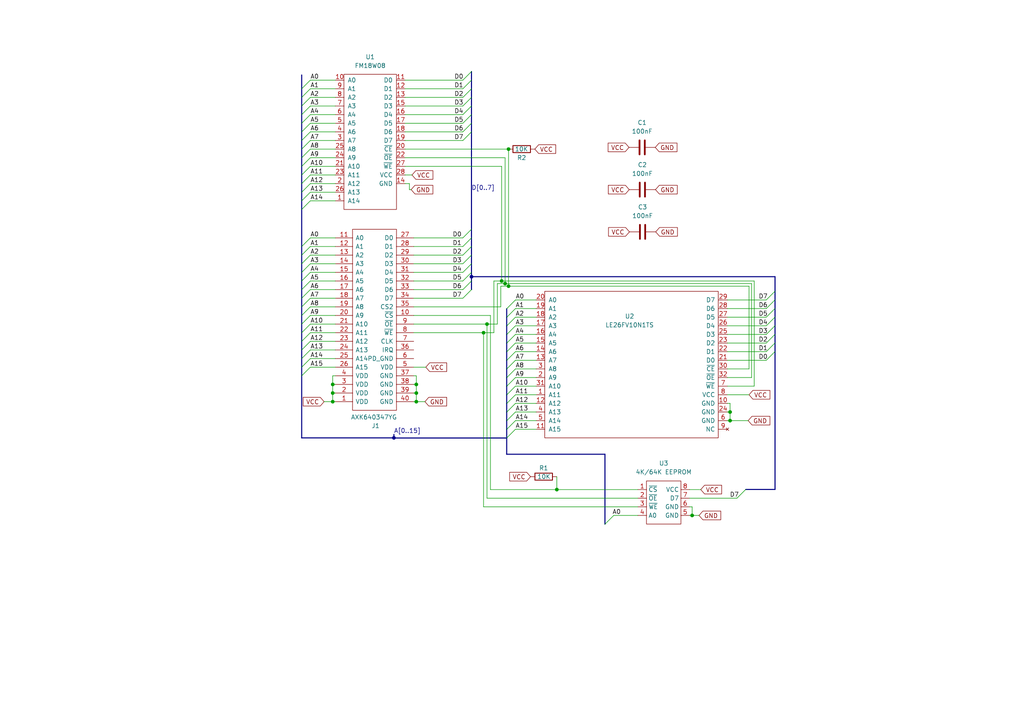
<source format=kicad_sch>
(kicad_sch (version 20230121) (generator eeschema)
  (paper "A4")
  (lib_symbols
    (symbol "Device:C" (pin_numbers hide) (pin_names (offset 0.254))
      (property "Reference" "C" (at 0.635 2.54 0))
      (property "Value" "C" (at 0.635 -2.54 0))
      (symbol "C_0_1"
        (polyline (pts (xy -2.032 -0.762) (xy 2.032 -0.762)) (stroke (width 0.508)))
        (polyline (pts (xy -2.032 0.762) (xy 2.032 0.762)) (stroke (width 0.508)))
      )
      (symbol "C_1_1"
        (pin passive line (at 0 3.81 270) (length 2.794) (name "~") (number "1"))
        (pin passive line (at 0 -3.81 90) (length 2.794) (name "~") (number "2"))
      )
    )
    (symbol "Device:R" (pin_numbers hide) (pin_names (offset 0))
      (property "Reference" "R" (at 2.032 0 90))
      (property "Value" "R" (at 0 0 90))
      (symbol "R_0_1"
        (rectangle (start -1.016 -2.54) (end 1.016 2.54) (stroke (width 0.254)))
      )
      (symbol "R_1_1"
        (pin passive line (at 0 3.81 270) (length 1.27) (name "~") (number "1"))
        (pin passive line (at 0 -3.81 90) (length 1.27) (name "~") (number "2"))
      )
    )
    (symbol "GBA:4K/64K_EEPROM"
      (property "Reference" "U" (at 0 10 0))
      (property "Value" "4K/64K EEPROM" (at -0.25 8 0))
      (symbol "4K/64K_EEPROM_1_1"
        (rectangle (start -5 6.25) (end 5 -6.25))
        (pin input line (at -7.5 3.75 0) (length 2.54) (name "~{CS}") (number "1"))
        (pin input line (at -7.5 1.25 0) (length 2.54) (name "~{OE}") (number "2"))
        (pin input line (at -7.5 -1.25 0) (length 2.54) (name "~{WE}") (number "3"))
        (pin input line (at -7.5 -3.75 0) (length 2.54) (name "A0") (number "4"))
        (pin input line (at 7.5 -3.75 180) (length 2.54) (name "GND") (number "5"))
        (pin input line (at 7.5 -1.25 180) (length 2.54) (name "GND") (number "6"))
        (pin input line (at 7.5 1.25 180) (length 2.54) (name "D7") (number "7"))
        (pin input line (at 7.5 3.75 180) (length 2.54) (name "VCC") (number "8"))
      )
    )
    (symbol "GBA:AXK640347YG_S-Friendly" (pin_names (offset 0.762))
      (property "Reference" "C" (at -0.5 -34.5 0))
      (property "Value" "AXK640347YG" (at -6.75 -29.5 0))
      (symbol "AXK640347YG_S-Friendly_0_1"
        (polyline (pts (xy 6.5 -27.5) (xy -6.25 -27.5) (xy -6.25 25) (xy 6.5 25) (xy 6.5 -27.5)) (stroke (width 0.1524)))
      )
      (symbol "AXK640347YG_S-Friendly_1_0"
        (pin passive line (at -11.25 -25 0) (length 5.08) (name "VDD") (number "1"))
        (pin passive line (at 11.5 0 180) (length 5.08) (name "~{CS}") (number "10"))
        (pin passive line (at -11.25 22.5 0) (length 5.08) (name "A0") (number "11"))
        (pin passive line (at -11.25 20 0) (length 5.08) (name "A1") (number "12"))
        (pin passive line (at -11.25 17.5 0) (length 5.08) (name "A2") (number "13"))
        (pin passive line (at -11.25 15 0) (length 5.08) (name "A3") (number "14"))
        (pin passive line (at -11.25 12.5 0) (length 5.08) (name "A4") (number "15"))
        (pin passive line (at -11.25 10 0) (length 5.08) (name "A5") (number "16"))
        (pin passive line (at -11.25 7.5 0) (length 5.08) (name "A6") (number "17"))
        (pin passive line (at -11.25 5 0) (length 5.08) (name "A7") (number "18"))
        (pin passive line (at -11.25 2.5 0) (length 5.08) (name "A8") (number "19"))
        (pin passive line (at -11.25 -22.5 0) (length 5.08) (name "VDD") (number "2"))
        (pin passive line (at -11.25 0 0) (length 5.08) (name "A9") (number "20"))
        (pin passive line (at -11.25 -2.5 0) (length 5.08) (name "A10") (number "21"))
        (pin passive line (at -11.25 -5 0) (length 5.08) (name "A11") (number "22"))
        (pin passive line (at -11.25 -7.5 0) (length 5.08) (name "A12") (number "23"))
        (pin passive line (at -11.25 -10 0) (length 5.08) (name "A13") (number "24"))
        (pin passive line (at -11.25 -12.5 0) (length 5.08) (name "A14") (number "25"))
        (pin passive line (at -11.25 -15 0) (length 5.08) (name "A15") (number "26"))
        (pin passive line (at 11.5 22.5 180) (length 5.08) (name "D0") (number "27"))
        (pin passive line (at 11.5 20 180) (length 5.08) (name "D1") (number "28"))
        (pin passive line (at 11.5 17.5 180) (length 5.08) (name "D2") (number "29"))
        (pin passive line (at -11.25 -20 0) (length 5.08) (name "VDD") (number "3"))
        (pin passive line (at 11.5 15 180) (length 5.08) (name "D3") (number "30"))
        (pin passive line (at 11.5 12.5 180) (length 5.08) (name "D4") (number "31"))
        (pin passive line (at 11.5 10 180) (length 5.08) (name "D5") (number "32"))
        (pin passive line (at 11.5 7.5 180) (length 5.08) (name "D6") (number "33"))
        (pin passive line (at 11.5 5 180) (length 5.08) (name "D7") (number "34"))
        (pin passive line (at 11.5 2.5 180) (length 5.08) (name "CS2") (number "35"))
        (pin passive line (at 11.5 -10 180) (length 5.08) (name "IRQ") (number "36"))
        (pin passive line (at 11.5 -17.5 180) (length 5.08) (name "GND") (number "37"))
        (pin passive line (at 11.5 -20 180) (length 5.08) (name "GND") (number "38"))
        (pin passive line (at 11.5 -22.5 180) (length 5.08) (name "GND") (number "39"))
        (pin passive line (at -11.25 -17.5 0) (length 5.08) (name "VDD") (number "4"))
        (pin passive line (at 11.5 -25 180) (length 5.08) (name "GND") (number "40"))
        (pin passive line (at 11.5 -15 180) (length 5.08) (name "VDD") (number "5"))
        (pin passive line (at 11.5 -12.5 180) (length 5.08) (name "PD_GND") (number "6"))
        (pin passive line (at 11.5 -7.5 180) (length 5.08) (name "CLK") (number "7"))
        (pin passive line (at 11.5 -5 180) (length 5.08) (name "~{WE}") (number "8"))
        (pin passive line (at 11.5 -2.5 180) (length 5.08) (name "~{OE}") (number "9"))
      )
    )
    (symbol "GBA:FM18W08" (pin_names (offset 1.016))
      (property "Reference" "U" (at 0 22.5 0))
      (property "Value" "FM18W08" (at 0 20.75 0))
      (symbol "FM18W08_0_1"
        (rectangle (start -7.75 19.21) (end 7.5 -20))
      )
      (symbol "FM18W08_1_1"
        (pin unspecified line (at -10.25 -17.5 0) (length 2.54) (name "A14") (number "1"))
        (pin unspecified line (at -10.25 17.5 0) (length 2.54) (name "A0") (number "10"))
        (pin unspecified line (at 10 17.5 180) (length 2.54) (name "D0") (number "11"))
        (pin unspecified line (at 10 15 180) (length 2.54) (name "D1") (number "12"))
        (pin unspecified line (at 10 12.5 180) (length 2.54) (name "D2") (number "13"))
        (pin unspecified line (at 10 -12.5 180) (length 2.54) (name "GND") (number "14"))
        (pin unspecified line (at 10 10 180) (length 2.54) (name "D3") (number "15"))
        (pin unspecified line (at 10 7.5 180) (length 2.54) (name "D4") (number "16"))
        (pin unspecified line (at 10 5 180) (length 2.54) (name "D5") (number "17"))
        (pin unspecified line (at 10 2.5 180) (length 2.54) (name "D6") (number "18"))
        (pin unspecified line (at 10 0 180) (length 2.54) (name "D7") (number "19"))
        (pin unspecified line (at -10.25 -12.5 0) (length 2.54) (name "A12") (number "2"))
        (pin unspecified line (at 10 -2.5 180) (length 2.54) (name "~{CE}") (number "20"))
        (pin unspecified line (at -10.25 -7.5 0) (length 2.54) (name "A10") (number "21"))
        (pin unspecified line (at 10 -5 180) (length 2.54) (name "~{OE}") (number "22"))
        (pin unspecified line (at -10.25 -10 0) (length 2.54) (name "A11") (number "23"))
        (pin unspecified line (at -10.25 -5 0) (length 2.54) (name "A9") (number "24"))
        (pin unspecified line (at -10.25 -2.5 0) (length 2.54) (name "A8") (number "25"))
        (pin unspecified line (at -10.25 -15 0) (length 2.54) (name "A13") (number "26"))
        (pin unspecified line (at 10 -7.5 180) (length 2.54) (name "~{WE}") (number "27"))
        (pin unspecified line (at 10 -10 180) (length 2.54) (name "VCC") (number "28"))
        (pin unspecified line (at -10.25 0 0) (length 2.54) (name "A7") (number "3"))
        (pin unspecified line (at -10.25 2.5 0) (length 2.54) (name "A6") (number "4"))
        (pin unspecified line (at -10.25 5 0) (length 2.54) (name "A5") (number "5"))
        (pin unspecified line (at -10.25 7.5 0) (length 2.54) (name "A4") (number "6"))
        (pin unspecified line (at -10.25 10 0) (length 2.54) (name "A3") (number "7"))
        (pin unspecified line (at -10.25 12.5 0) (length 2.54) (name "A2") (number "8"))
        (pin unspecified line (at -10.25 15 0) (length 2.54) (name "A1") (number "9"))
      )
    )
    (symbol "GBA:LE26FV10N1TS-NintendoSymbols_S-Friendly" (pin_names (offset 1.016))
      (property "Reference" "U2" (at 0.305 22.315 0))
      (property "Value" "LE26FV10N1TS" (at 0.305 20.0036 0))
      (symbol "LE26FV10N1TS-NintendoSymbols_S-Friendly_0_1"
        (rectangle (start -25.25 17.5) (end 25.07 -25))
      )
      (symbol "LE26FV10N1TS-NintendoSymbols_S-Friendly_1_1"
        (pin unspecified line (at -27.75 -12.5 0) (length 2.54) (name "A11") (number "1"))
        (pin unspecified line (at 27.75 -15 180) (length 2.54) (name "GND") (number "10"))
        (pin unspecified line (at -27.75 -22.5 0) (length 2.54) (name "A15") (number "11"))
        (pin unspecified line (at -27.75 -15 0) (length 2.54) (name "A12") (number "12"))
        (pin unspecified line (at -27.75 -2.5 0) (length 2.54) (name "A7") (number "13"))
        (pin unspecified line (at -27.75 0 0) (length 2.54) (name "A6") (number "14"))
        (pin unspecified line (at -27.75 2.5 0) (length 2.54) (name "A5") (number "15"))
        (pin unspecified line (at -27.75 5 0) (length 2.54) (name "A4") (number "16"))
        (pin unspecified line (at -27.75 7.5 0) (length 2.54) (name "A3") (number "17"))
        (pin unspecified line (at -27.75 10 0) (length 2.54) (name "A2") (number "18"))
        (pin unspecified line (at -27.75 12.5 0) (length 2.54) (name "A1") (number "19"))
        (pin unspecified line (at -27.75 -7.5 0) (length 2.54) (name "A9") (number "2"))
        (pin unspecified line (at -27.75 15 0) (length 2.54) (name "A0") (number "20"))
        (pin unspecified line (at 27.75 -2.5 180) (length 2.54) (name "D0") (number "21"))
        (pin unspecified line (at 27.75 0 180) (length 2.54) (name "D1") (number "22"))
        (pin unspecified line (at 27.75 2.5 180) (length 2.54) (name "D2") (number "23"))
        (pin unspecified line (at 27.75 -17.5 180) (length 2.54) (name "GND") (number "24"))
        (pin unspecified line (at 27.75 5 180) (length 2.54) (name "D3") (number "25"))
        (pin unspecified line (at 27.75 7.5 180) (length 2.54) (name "D4") (number "26"))
        (pin unspecified line (at 27.75 10 180) (length 2.54) (name "D5") (number "27"))
        (pin unspecified line (at 27.75 12.5 180) (length 2.54) (name "D6") (number "28"))
        (pin unspecified line (at 27.75 15 180) (length 2.54) (name "D7") (number "29"))
        (pin unspecified line (at -27.75 -5 0) (length 2.54) (name "A8") (number "3"))
        (pin unspecified line (at 27.75 -5 180) (length 2.54) (name "~{CE}") (number "30"))
        (pin unspecified line (at -27.75 -10 0) (length 2.54) (name "A10") (number "31"))
        (pin unspecified line (at 27.75 -7.5 180) (length 2.54) (name "~{OE}") (number "32"))
        (pin unspecified line (at -27.75 -17.5 0) (length 2.54) (name "A13") (number "4"))
        (pin unspecified line (at -27.75 -20 0) (length 2.54) (name "A14") (number "5"))
        (pin unspecified line (at 27.75 -20 180) (length 2.54) (name "GND") (number "6"))
        (pin unspecified line (at 27.75 -10 180) (length 2.54) (name "~{WE}") (number "7"))
        (pin unspecified line (at 27.75 -12.5 180) (length 2.54) (name "VCC") (number "8"))
        (pin no_connect line (at 27.75 -22.5 180) (length 2.54) (name "NC") (number "9"))
      )
    )
  )
  (junction (at 120.75 111.5))
  (junction (at 147.5 43.25))
  (junction (at 120.75 114))
  (junction (at 146.5 82.25))
  (junction (at 145.5 81.5))
  (junction (at 96.5 116.5))
  (junction (at 200.75 149.5))
  (junction (at 211.75 119.5))
  (junction (at 140.25 96.5))
  (junction (at 96.5 111.5))
  (junction (at 141.25 94))
  (junction (at 161.5 142))
  (junction (at 120.75 116.5))
  (junction (at 114.25 127))
  (junction (at 136.75 80.25))
  (junction (at 147.5 83))
  (junction (at 211.75 122))
  (junction (at 96.5 114))
  (bus_entry (at 222.25 102) (size 2.54 -2.54))
  (bus_entry (at 149.5 104.5) (size -2.54 2.54))
  (bus_entry (at 149.5 122) (size -2.54 2.54))
  (bus_entry (at 149.5 89.5) (size -2.54 2.54))
  (bus_entry (at 149.5 114.5) (size -2.54 2.54))
  (bus_entry (at 222.25 104.5) (size 2.54 -2.54))
  (bus_entry (at 134.25 38.25) (size 2.54 -2.54))
  (bus_entry (at 90 28.25) (size -2.54 2.54))
  (bus_entry (at 149.5 92) (size -2.54 2.54))
  (bus_entry (at 90 71.5) (size -2.54 2.54))
  (bus_entry (at 90 23.25) (size -2.54 2.54))
  (bus_entry (at 134.25 25.75) (size 2.54 -2.54))
  (bus_entry (at 134.25 79) (size 2.54 -2.54))
  (bus_entry (at 90 45.75) (size -2.54 2.54))
  (bus_entry (at 149.5 119.5) (size -2.54 2.54))
  (bus_entry (at 149.5 112) (size -2.54 2.54))
  (bus_entry (at 90 79) (size -2.54 2.54))
  (bus_entry (at 90 86.5) (size -2.54 2.54))
  (bus_entry (at 178 149.5) (size -2.54 2.54))
  (bus_entry (at 134.25 28.25) (size 2.54 -2.54))
  (bus_entry (at 134.25 33.25) (size 2.54 -2.54))
  (bus_entry (at 90 76.5) (size -2.54 2.54))
  (bus_entry (at 149.5 124.5) (size -2.54 2.54))
  (bus_entry (at 213.75 144.5) (size 2.54 -2.54))
  (bus_entry (at 134.25 69) (size 2.54 -2.54))
  (bus_entry (at 90 81.5) (size -2.54 2.54))
  (bus_entry (at 134.25 76.5) (size 2.54 -2.54))
  (bus_entry (at 134.25 30.75) (size 2.54 -2.54))
  (bus_entry (at 90 55.75) (size -2.54 2.54))
  (bus_entry (at 90 94) (size -2.54 2.54))
  (bus_entry (at 134.25 84) (size 2.54 -2.54))
  (bus_entry (at 222.25 89.5) (size 2.54 -2.54))
  (bus_entry (at 149.5 97) (size -2.54 2.54))
  (bus_entry (at 90 101.5) (size -2.54 2.54))
  (bus_entry (at 90 69) (size -2.54 2.54))
  (bus_entry (at 90 38.25) (size -2.54 2.54))
  (bus_entry (at 149.5 109.5) (size -2.54 2.54))
  (bus_entry (at 222.25 97) (size 2.54 -2.54))
  (bus_entry (at 149.5 107) (size -2.54 2.54))
  (bus_entry (at 222.25 99.5) (size 2.54 -2.54))
  (bus_entry (at 90 58.25) (size -2.54 2.54))
  (bus_entry (at 90 40.75) (size -2.54 2.54))
  (bus_entry (at 90 84) (size -2.54 2.54))
  (bus_entry (at 134.25 71.5) (size 2.54 -2.54))
  (bus_entry (at 90 91.5) (size -2.54 2.54))
  (bus_entry (at 90 50.75) (size -2.54 2.54))
  (bus_entry (at 90 99) (size -2.54 2.54))
  (bus_entry (at 222.25 87) (size 2.54 -2.54))
  (bus_entry (at 134.25 23.25) (size 2.54 -2.54))
  (bus_entry (at 134.25 40.75) (size 2.54 -2.54))
  (bus_entry (at 149.5 94.5) (size -2.54 2.54))
  (bus_entry (at 90 48.25) (size -2.54 2.54))
  (bus_entry (at 90 96.5) (size -2.54 2.54))
  (bus_entry (at 90 53.25) (size -2.54 2.54))
  (bus_entry (at 222.25 92) (size 2.54 -2.54))
  (bus_entry (at 149.5 87) (size -2.54 2.54))
  (bus_entry (at 90 25.75) (size -2.54 2.54))
  (bus_entry (at 134.25 86.5) (size 2.54 -2.54))
  (bus_entry (at 90 30.75) (size -2.54 2.54))
  (bus_entry (at 134.25 74) (size 2.54 -2.54))
  (bus_entry (at 149.5 117) (size -2.54 2.54))
  (bus_entry (at 90 33.25) (size -2.54 2.54))
  (bus_entry (at 90 89) (size -2.54 2.54))
  (bus_entry (at 90 106.5) (size -2.54 2.54))
  (bus_entry (at 222.25 94.5) (size 2.54 -2.54))
  (bus_entry (at 90 74) (size -2.54 2.54))
  (bus_entry (at 134.25 81.5) (size 2.54 -2.54))
  (bus_entry (at 90 104) (size -2.54 2.54))
  (bus_entry (at 134.25 35.75) (size 2.54 -2.54))
  (bus_entry (at 90 35.75) (size -2.54 2.54))
  (bus_entry (at 149.5 102) (size -2.54 2.54))
  (bus_entry (at 149.5 99.5) (size -2.54 2.54))
  (bus_entry (at 90 43.25) (size -2.54 2.54))
  (wire (pts (xy 90 104) (xy 97.25 104)))
  (wire (pts (xy 96.5 111.5) (xy 96.5 114)))
  (bus (pts (xy 146.96 109.54) (xy 146.96 112.04)))
  (wire (pts (xy 90 84) (xy 97.25 84)))
  (wire (pts (xy 149.5 87) (xy 155.5 87)))
  (wire (pts (xy 149.5 104.5) (xy 155.5 104.5)))
  (wire (pts (xy 143.25 96.5) (xy 143.25 81.5)))
  (wire (pts (xy 90 43.25) (xy 97.25 43.25)))
  (wire (pts (xy 90 89) (xy 97.25 89)))
  (wire (pts (xy 217.25 107) (xy 217.25 83)))
  (wire (pts (xy 97.25 114) (xy 96.5 114)))
  (wire (pts (xy 211.75 117) (xy 211.75 119.5)))
  (bus (pts (xy 146.96 94.54) (xy 146.96 97.04)))
  (wire (pts (xy 149.5 109.5) (xy 155.5 109.5)))
  (bus (pts (xy 146.96 117.04) (xy 146.96 119.54)))
  (wire (pts (xy 218.75 112) (xy 211 112)))
  (wire (pts (xy 97.25 109) (xy 96.5 109)))
  (wire (pts (xy 149.5 119.5) (xy 155.5 119.5)))
  (wire (pts (xy 118.75 53.25) (xy 118.75 55)))
  (wire (pts (xy 90 40.75) (xy 97.25 40.75)))
  (wire (pts (xy 90 79) (xy 97.25 79)))
  (wire (pts (xy 120 71.5) (xy 134.25 71.5)))
  (wire (pts (xy 141.25 144.5) (xy 141.25 94)))
  (wire (pts (xy 120 69) (xy 134.25 69)))
  (wire (pts (xy 141.25 94) (xy 120 94)))
  (wire (pts (xy 145.25 83) (xy 145.25 89)))
  (wire (pts (xy 149.5 117) (xy 155.5 117)))
  (wire (pts (xy 90 33.25) (xy 97.25 33.25)))
  (bus (pts (xy 146.96 102.04) (xy 146.96 104.54)))
  (wire (pts (xy 211 104.5) (xy 222.25 104.5)))
  (wire (pts (xy 200 142) (xy 203.25 142)))
  (wire (pts (xy 117.5 35.75) (xy 134.25 35.75)))
  (bus (pts (xy 146.96 114.54) (xy 146.96 117.04)))
  (wire (pts (xy 161.5 142) (xy 185 142)))
  (wire (pts (xy 149.5 107) (xy 155.5 107)))
  (wire (pts (xy 161.5 138.25) (xy 161.5 142)))
  (bus (pts (xy 136.75 80.25) (xy 136.75 83.96)))
  (bus (pts (xy 146.96 107.04) (xy 146.96 109.54)))
  (bus (pts (xy 87.5 127) (xy 114.25 127)))
  (wire (pts (xy 90 25.75) (xy 97.25 25.75)))
  (wire (pts (xy 149.5 114.5) (xy 155.5 114.5)))
  (bus (pts (xy 224.79 94.46) (xy 224.79 96.96)))
  (wire (pts (xy 211 97) (xy 222.25 97)))
  (wire (pts (xy 120 109) (xy 120.75 109)))
  (wire (pts (xy 94 116.5) (xy 96.5 116.5)))
  (wire (pts (xy 117.5 48.25) (xy 145.5 48.25)))
  (wire (pts (xy 90 69) (xy 97.25 69)))
  (bus (pts (xy 224.79 91.96) (xy 224.79 94.46)))
  (wire (pts (xy 149.5 92) (xy 155.5 92)))
  (wire (pts (xy 217.25 83) (xy 147.5 83)))
  (wire (pts (xy 90 53.25) (xy 97.25 53.25)))
  (wire (pts (xy 149.5 124.5) (xy 155.5 124.5)))
  (bus (pts (xy 146.96 124.54) (xy 146.96 127.04)))
  (wire (pts (xy 90 50.75) (xy 97.25 50.75)))
  (wire (pts (xy 90 81.5) (xy 97.25 81.5)))
  (bus (pts (xy 146.96 127.04) (xy 114.25 127.04)))
  (wire (pts (xy 118.75 55) (xy 119.25 55)))
  (wire (pts (xy 90 71.5) (xy 97.25 71.5)))
  (bus (pts (xy 146.96 122.04) (xy 146.96 124.54)))
  (bus (pts (xy 224.79 84.46) (xy 224.79 86.96)))
  (wire (pts (xy 147.5 43.25) (xy 147.5 83)))
  (wire (pts (xy 90 86.5) (xy 97.25 86.5)))
  (wire (pts (xy 211 109.5) (xy 218 109.5)))
  (wire (pts (xy 185 147) (xy 140.25 147)))
  (wire (pts (xy 142.25 91.5) (xy 142.25 142)))
  (wire (pts (xy 145.5 48.25) (xy 145.5 81.5)))
  (bus (pts (xy 224.79 86.96) (xy 224.79 89.46)))
  (wire (pts (xy 149.5 94.5) (xy 155.5 94.5)))
  (bus (pts (xy 136.75 20.75) (xy 136.75 80.25)))
  (wire (pts (xy 143.25 81.5) (xy 145.5 81.5)))
  (wire (pts (xy 144.25 82.25) (xy 144.25 94)))
  (wire (pts (xy 149.5 97) (xy 155.5 97)))
  (bus (pts (xy 175.46 152.04) (xy 175.46 131.75)))
  (wire (pts (xy 218.75 81.5) (xy 218.75 112)))
  (bus (pts (xy 114.25 126) (xy 114.25 127)))
  (wire (pts (xy 149.5 99.5) (xy 155.5 99.5)))
  (bus (pts (xy 175.46 131.75) (xy 146.96 131.75)))
  (wire (pts (xy 90 38.25) (xy 97.25 38.25)))
  (wire (pts (xy 144.25 82.25) (xy 146.5 82.25)))
  (wire (pts (xy 149.5 102) (xy 155.5 102)))
  (wire (pts (xy 149.5 112) (xy 155.5 112)))
  (bus (pts (xy 224.79 101.96) (xy 224.79 141.96)))
  (wire (pts (xy 149.5 89.5) (xy 155.5 89.5)))
  (wire (pts (xy 120 79) (xy 134.25 79)))
  (bus (pts (xy 224.79 89.46) (xy 224.79 91.96)))
  (wire (pts (xy 145.5 81.5) (xy 218.75 81.5)))
  (wire (pts (xy 120 84) (xy 134.25 84)))
  (wire (pts (xy 211 102) (xy 222.25 102)))
  (wire (pts (xy 90 35.75) (xy 97.25 35.75)))
  (wire (pts (xy 120 81.5) (xy 134.25 81.5)))
  (wire (pts (xy 120 106.5) (xy 123.5 106.5)))
  (wire (pts (xy 120.75 114) (xy 120.75 116.5)))
  (wire (pts (xy 90 30.75) (xy 97.25 30.75)))
  (wire (pts (xy 211 119.5) (xy 211.75 119.5)))
  (wire (pts (xy 90 76.5) (xy 97.25 76.5)))
  (wire (pts (xy 120 91.5) (xy 142.25 91.5)))
  (wire (pts (xy 218 109.5) (xy 218 82.25)))
  (wire (pts (xy 145.25 89) (xy 120 89)))
  (bus (pts (xy 146.96 112.04) (xy 146.96 114.54)))
  (wire (pts (xy 117.5 28.25) (xy 134.25 28.25)))
  (wire (pts (xy 211 122) (xy 211.75 122)))
  (bus (pts (xy 114.25 127.04) (xy 114.25 127)))
  (wire (pts (xy 90 74) (xy 97.25 74)))
  (wire (pts (xy 97.25 111.5) (xy 96.5 111.5)))
  (bus (pts (xy 136.75 83.96) (xy 136.79 83.96)))
  (wire (pts (xy 141.25 94) (xy 144.25 94)))
  (wire (pts (xy 140.25 96.5) (xy 143.25 96.5)))
  (wire (pts (xy 211 114.5) (xy 217.25 114.5)))
  (wire (pts (xy 211 89.5) (xy 222.25 89.5)))
  (bus (pts (xy 146.96 131.75) (xy 146.96 127.04)))
  (wire (pts (xy 117.5 23.25) (xy 134.25 23.25)))
  (wire (pts (xy 117.5 50.75) (xy 119.5 50.75)))
  (wire (pts (xy 146.5 82.25) (xy 218 82.25)))
  (wire (pts (xy 200 149.5) (xy 200.75 149.5)))
  (wire (pts (xy 90 58.25) (xy 97.25 58.25)))
  (bus (pts (xy 136.75 80.25) (xy 224.79 80.25)))
  (wire (pts (xy 211 117) (xy 211.75 117)))
  (wire (pts (xy 185 144.5) (xy 141.25 144.5)))
  (wire (pts (xy 90 91.5) (xy 97.25 91.5)))
  (wire (pts (xy 146.5 45.75) (xy 146.5 82.25)))
  (wire (pts (xy 117.5 38.25) (xy 134.25 38.25)))
  (bus (pts (xy 216.29 141.96) (xy 224.79 141.96)))
  (bus (pts (xy 146.96 99.54) (xy 146.96 102.04)))
  (wire (pts (xy 90 94) (xy 97.25 94)))
  (wire (pts (xy 120 74) (xy 134.25 74)))
  (wire (pts (xy 117.5 33.25) (xy 134.25 33.25)))
  (bus (pts (xy 224.79 96.96) (xy 224.79 99.46)))
  (wire (pts (xy 90 99) (xy 97.25 99)))
  (wire (pts (xy 211 99.5) (xy 222.25 99.5)))
  (wire (pts (xy 90 55.75) (xy 97.25 55.75)))
  (wire (pts (xy 90 106.5) (xy 97.25 106.5)))
  (wire (pts (xy 117.5 53.25) (xy 118.75 53.25)))
  (bus (pts (xy 87.5 21.75) (xy 87.5 127)))
  (wire (pts (xy 211.75 122) (xy 217 122)))
  (wire (pts (xy 90 96.5) (xy 97.25 96.5)))
  (wire (pts (xy 117.5 45.75) (xy 146.5 45.75)))
  (wire (pts (xy 200.75 147) (xy 200.75 149.5)))
  (wire (pts (xy 96.5 114) (xy 96.5 116.5)))
  (wire (pts (xy 96.5 116.5) (xy 97.25 116.5)))
  (wire (pts (xy 147.5 83) (xy 145.25 83)))
  (wire (pts (xy 117.5 40.75) (xy 134.25 40.75)))
  (bus (pts (xy 224.79 99.46) (xy 224.79 101.96)))
  (wire (pts (xy 142.25 142) (xy 161.5 142)))
  (bus (pts (xy 146.96 119.54) (xy 146.96 122.04)))
  (wire (pts (xy 211 107) (xy 217.25 107)))
  (wire (pts (xy 120 86.5) (xy 134.25 86.5)))
  (wire (pts (xy 200 144.5) (xy 213.75 144.5)))
  (wire (pts (xy 211 94.5) (xy 222.25 94.5)))
  (wire (pts (xy 120.75 116.5) (xy 123.25 116.5)))
  (wire (pts (xy 120 116.5) (xy 120.75 116.5)))
  (wire (pts (xy 149.5 122) (xy 155.5 122)))
  (wire (pts (xy 120 96.5) (xy 140.25 96.5)))
  (wire (pts (xy 117.5 25.75) (xy 134.25 25.75)))
  (bus (pts (xy 224.79 80.25) (xy 224.79 84.46)))
  (wire (pts (xy 120 111.5) (xy 120.75 111.5)))
  (bus (pts (xy 146.96 92.04) (xy 146.96 94.54)))
  (wire (pts (xy 120.75 111.5) (xy 120.75 114)))
  (bus (pts (xy 146.96 104.54) (xy 146.96 107.04)))
  (bus (pts (xy 146.96 89.54) (xy 146.96 92.04)))
  (wire (pts (xy 117.5 43.25) (xy 147.5 43.25)))
  (wire (pts (xy 200.75 149.5) (xy 202.75 149.5)))
  (wire (pts (xy 90 48.25) (xy 97.25 48.25)))
  (bus (pts (xy 146.96 97.04) (xy 146.96 99.54)))
  (wire (pts (xy 90 28.25) (xy 97.25 28.25)))
  (wire (pts (xy 120.75 109) (xy 120.75 111.5)))
  (wire (pts (xy 90 101.5) (xy 97.25 101.5)))
  (wire (pts (xy 211.75 119.5) (xy 211.75 122)))
  (wire (pts (xy 90 45.75) (xy 97.25 45.75)))
  (wire (pts (xy 200 147) (xy 200.75 147)))
  (wire (pts (xy 117.5 30.75) (xy 134.25 30.75)))
  (wire (pts (xy 211 87) (xy 222.25 87)))
  (wire (pts (xy 96.5 109) (xy 96.5 111.5)))
  (wire (pts (xy 140.25 147) (xy 140.25 96.5)))
  (wire (pts (xy 120 114) (xy 120.75 114)))
  (wire (pts (xy 178 149.5) (xy 185 149.5)))
  (wire (pts (xy 120 76.5) (xy 134.25 76.5)))
  (wire (pts (xy 211 92) (xy 222.25 92)))
  (wire (pts (xy 90 23.25) (xy 97.25 23.25)))
  (label "A14" (at 90 104 0))
  (label "A[0..15]" (at 114.25 126 0))
  (label "A0" (at 180.0996 149.5 180))
  (label "A3" (at 90 30.75 0))
  (label "A4" (at 149.5 97 0))
  (label "A14" (at 149.5 122 0))
  (label "A9" (at 149.5 109.5 0))
  (label "A0" (at 90 23.25 0))
  (label "D0" (at 131.25 69 0))
  (label "A1" (at 90 71.5 0))
  (label "A3" (at 90 76.5 0))
  (label "A15" (at 149.5 124.5 0))
  (label "D7" (at 131.25 86.5 0))
  (label "A6" (at 90 84 0))
  (label "A12" (at 90 99 0))
  (label "A1" (at 149.5 89.5 0))
  (label "D6" (at 220 89.5 0))
  (label "D1" (at 220 102 0))
  (label "D1" (at 131.25 71.5 0))
  (label "A2" (at 90 28.25 0))
  (label "D5" (at 131.25 81.5 0))
  (label "A13" (at 90 101.5 0))
  (label "A4" (at 90 33.25 0))
  (label "A5" (at 149.5 99.5 0))
  (label "D6" (at 131.75 38.25 0))
  (label "A5" (at 90 35.75 0))
  (label "A2" (at 90 74 0))
  (label "A5" (at 90 81.5 0))
  (label "A0" (at 90 69 0))
  (label "A15" (at 90 106.5 0))
  (label "D4" (at 220 94.5 0))
  (label "D5" (at 220 92 0))
  (label "D0" (at 220 104.5 0))
  (label "A11" (at 149.5 114.5 0))
  (label "D3" (at 131.75 30.75 0))
  (label "D2" (at 131.75 28.25 0))
  (label "A1" (at 90 25.75 0))
  (label "D4" (at 131.75 33.25 0))
  (label "A2" (at 149.5 92 0))
  (label "A4" (at 90 79 0))
  (label "A6" (at 90 38.25 0))
  (label "A8" (at 149.5 107 0))
  (label "D7" (at 220 87 0))
  (label "D[0..7]" (at 136.75 55.5 0))
  (label "A3" (at 149.5 94.5 0))
  (label "D3" (at 220 97 0))
  (label "A7" (at 149.5 104.5 0))
  (label "A13" (at 149.5 119.5 0))
  (label "D5" (at 131.75 35.75 0))
  (label "A7" (at 90 40.75 0))
  (label "A12" (at 90 53.25 0))
  (label "D7" (at 131.75 40.75 0))
  (label "A10" (at 90 94 0))
  (label "A8" (at 90 43.25 0))
  (label "D3" (at 131.25 76.5 0))
  (label "A11" (at 90 50.75 0))
  (label "A10" (at 90 48.25 0))
  (label "D1" (at 131.75 25.75 0))
  (label "D2" (at 220 99.5 0))
  (label "A9" (at 90 45.75 0))
  (label "D6" (at 131.25 84 0))
  (label "D7" (at 211.653 144.5 0))
  (label "A13" (at 90 55.75 0))
  (label "A7" (at 90 86.5 0))
  (label "D4" (at 131.25 79 0))
  (label "A11" (at 90 96.5 0))
  (label "A9" (at 90 91.5 0))
  (label "A10" (at 149.5 112 0))
  (label "D2" (at 131.25 74 0))
  (label "D0" (at 131.75 23.25 0))
  (label "A6" (at 149.5 102 0))
  (label "A14" (at 90 58.25 0))
  (label "A12" (at 149.5 117 0))
  (label "A8" (at 90 89 0))
  (label "A0" (at 149.5412 87 0))
  (global_label "VCC" (shape input) (at 123.5 106.5 0) (property "Intersheetrefs" "${INTERSHEET_REFS}" (effects hide)))
  (global_label "VCC" (shape input) (at 182.44 42.75 180) (property "Intersheetrefs" "${INTERSHEET_REFS}" (effects hide)))
  (global_label "VCC" (shape input) (at 153.88 138.25 180) (property "Intersheetrefs" "${INTERSHEET_REFS}" (effects hide)))
  (global_label "GND" (shape input) (at 217 122 0) (property "Intersheetrefs" "${INTERSHEET_REFS}" (effects hide)))
  (global_label "GND" (shape input) (at 190.12 55 0) (property "Intersheetrefs" "${INTERSHEET_REFS}" (effects hide)))
  (global_label "VCC" (shape input) (at 182.56 67.25 180) (property "Intersheetrefs" "${INTERSHEET_REFS}" (effects hide)))
  (global_label "GND" (shape input) (at 202.75 149.5 0) (property "Intersheetrefs" "${INTERSHEET_REFS}" (effects hide)))
  (global_label "VCC" (shape input) (at 94 116.5 180) (property "Intersheetrefs" "${INTERSHEET_REFS}" (effects hide)))
  (global_label "VCC" (shape input) (at 217.25 114.5 0) (property "Intersheetrefs" "${INTERSHEET_REFS}" (effects hide)))
  (global_label "VCC" (shape input) (at 119.5 50.75 0) (property "Intersheetrefs" "${INTERSHEET_REFS}" (effects hide)))
  (global_label "GND" (shape input) (at 190.18 67.25 0) (property "Intersheetrefs" "${INTERSHEET_REFS}" (effects hide)))
  (global_label "VCC" (shape input) (at 182.5 55 180) (property "Intersheetrefs" "${INTERSHEET_REFS}" (effects hide)))
  (global_label "VCC" (shape input) (at 155.12 43.25 0) (property "Intersheetrefs" "${INTERSHEET_REFS}" (effects hide)))
  (global_label "GND" (shape input) (at 119.25 55 0) (property "Intersheetrefs" "${INTERSHEET_REFS}" (effects hide)))
  (global_label "GND" (shape input) (at 190.06 42.75 0) (property "Intersheetrefs" "${INTERSHEET_REFS}" (effects hide)))
  (global_label "VCC" (shape input) (at 203.25 142 0) (property "Intersheetrefs" "${INTERSHEET_REFS}" (effects hide)))
  (global_label "GND" (shape input) (at 123.25 116.5 0) (property "Intersheetrefs" "${INTERSHEET_REFS}" (effects hide)))
  (symbol (lib_id "GBA:AXK640347YG_S-Friendly") (at 108.5 91.5 0) (unit 1)
    (property "Reference" "J1" (at 107.75 123.5 0) (effects (justify left)))
    (property "Value" "AXK640347YG" (at 101.75 121 0) (effects (justify left)))
    (property "Footprint" "AXK640347YG" (effects hide))
    (property "Datasheet" "https://b2b-api.panasonic.eu/file_stream/pids/fileversion/2819" (effects hide))
    (property "Description" "Board to Board & Mezzanine Connectors CONN HEADER P5K 40 POS 0.5mm" (effects hide))
    (property "Height" "2.6" (effects hide))
    (property "Manufacturer_Name" "Panasonic" (effects hide))
    (property "Manufacturer_Part_Number" "AXK640347YG" (effects hide))
    (property "Mouser Part Number" "769-AXK640347YG" (effects hide))
    (property "Mouser Price/Stock" "https://www.mouser.co.uk/ProductDetail/Panasonic-Industrial-Devices/AXK640347YG?qs=2rFUEsTwVNzXUmYeSQIk4w%3D%3D" (effects hide))
  )
  (symbol (lib_id "GBA:FM18W08") (at 107.5 40.75 0) (unit 1)
    (property "Reference" "U1" (at 107.375 16.51 0))
    (property "Value" "FM18W08" (at 107.375 19.05 0))
    (property "Footprint" "GBA:SOIC-28W_7.5x17.9mm_P1.27mm" (effects hide))
  )
  (symbol (lib_id "GBA:4K/64K_EEPROM") (at 192.5 145.75 0) (unit 1)
    (property "Reference" "U3" (at 192.5 134.37 0))
    (property "Value" "4K/64K EEPROM" (at 192.5 136.91 0))
    (property "Footprint" "GBA:SSOP-8_3.9x5.05mm_P1.27mm" (effects hide))
  )
  (symbol (lib_id "Device:C") (at 186.37 67.25 90) (unit 1)
    (property "Reference" "C3" (at 186.37 60.06 90))
    (property "Value" "100nF" (at 186.37 62.6 90))
    (property "Footprint" "GBA:R_0201_0603Metric_Pad0.64x0.40mm_HandSolder" (effects hide))
  )
  (symbol (lib_id "Device:R") (at 151.31 43.25 270) (unit 1)
    (property "Reference" "R2" (at 151.31 45.75 90))
    (property "Value" "10K" (at 151.25 43.25 90))
    (property "Footprint" "GBA:R_0201_0603Metric_Pad0.64x0.40mm_HandSolder" (effects hide))
  )
  (symbol (lib_id "GBA:LE26FV10N1TS-NintendoSymbols_S-Friendly") (at 183.25 102 0) (unit 1)
    (property "Reference" "U2" (at 182.615 91.73 0))
    (property "Value" "LE26FV10N1TS" (at 182.615 94.27 0))
    (property "Footprint" "GBA:AGB-TSOP-I-32" (effects hide))
  )
  (symbol (lib_id "Device:R") (at 157.69 138.25 90) (unit 1)
    (property "Reference" "R1" (at 157.69 135.75 90))
    (property "Value" "10K" (at 157.75 138.25 90))
    (property "Footprint" "GBA:R_0201_0603Metric_Pad0.64x0.40mm_HandSolder" (effects hide))
  )
  (symbol (lib_id "Device:C") (at 186.25 42.75 90) (unit 1)
    (property "Reference" "C1" (at 186.25 35.56 90))
    (property "Value" "100nF" (at 186.25 38.1 90))
    (property "Footprint" "GBA:R_0201_0603Metric_Pad0.64x0.40mm_HandSolder" (effects hide))
  )
  (symbol (lib_id "Device:C") (at 186.31 55 90) (unit 1)
    (property "Reference" "C2" (at 186.31 47.81 90))
    (property "Value" "100nF" (at 186.31 50.35 90))
    (property "Footprint" "GBA:R_0201_0603Metric_Pad0.64x0.40mm_HandSolder" (effects hide))
  )
)
</source>
